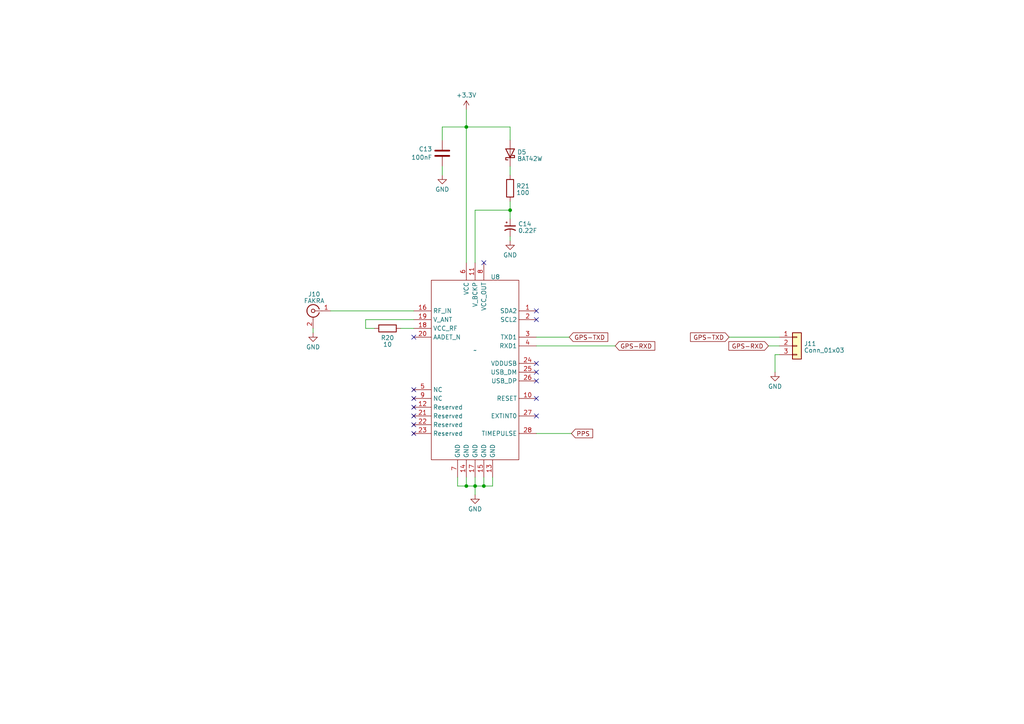
<source format=kicad_sch>
(kicad_sch (version 20230121) (generator eeschema)
  (paper "A4")
  (lib_symbols
    (symbol "Connector:Conn_Coaxial" (pin_names (offset 1.016) hide)
      (property "Reference" "J" (at 0.254 3.048 0))
      (property "Value" "Conn_Coaxial" (at 2.921 0 90))
      (symbol "Conn_Coaxial_0_1"
        (arc (start -1.778 -0.508) (mid 0.2311 -1.8066) (end 1.778 0) (stroke (width 0.254)))
        (polyline (pts (xy -2.54 0) (xy -0.508 0)))
        (polyline (pts (xy 0 -2.54) (xy 0 -1.778)))
        (circle (center 0 0) (radius 0.508) (stroke (width 0.2032)))
        (arc (start 1.778 0) (mid 0.2099 1.8101) (end -1.778 0.508) (stroke (width 0.254)))
      )
      (symbol "Conn_Coaxial_1_1"
        (pin passive line (at -5.08 0 0) (length 2.54) (name "In") (number "1"))
        (pin passive line (at 0 -5.08 90) (length 2.54) (name "Ext") (number "2"))
      )
    )
    (symbol "Connector_Generic:Conn_01x03" (pin_names (offset 1.016) hide)
      (property "Reference" "J" (at 0 5.08 0))
      (property "Value" "Conn_01x03" (at 0 -5.08 0))
      (symbol "Conn_01x03_1_1"
        (rectangle (start -1.27 -2.413) (end 0 -2.667) (stroke (width 0.1524)))
        (rectangle (start -1.27 0.127) (end 0 -0.127) (stroke (width 0.1524)))
        (rectangle (start -1.27 2.667) (end 0 2.413) (stroke (width 0.1524)))
        (rectangle (start -1.27 3.81) (end 1.27 -3.81) (stroke (width 0.254)) (fill (type background)))
        (pin passive line (at -5.08 2.54 0) (length 3.81) (name "Pin_1") (number "1"))
        (pin passive line (at -5.08 0 0) (length 3.81) (name "Pin_2") (number "2"))
        (pin passive line (at -5.08 -2.54 0) (length 3.81) (name "Pin_3") (number "3"))
      )
    )
    (symbol "Device:C" (pin_numbers hide) (pin_names (offset 0.254))
      (property "Reference" "C" (at 0.635 2.54 0))
      (property "Value" "C" (at 0.635 -2.54 0))
      (symbol "C_0_1"
        (polyline (pts (xy -2.032 -0.762) (xy 2.032 -0.762)) (stroke (width 0.508)))
        (polyline (pts (xy -2.032 0.762) (xy 2.032 0.762)) (stroke (width 0.508)))
      )
      (symbol "C_1_1"
        (pin passive line (at 0 3.81 270) (length 2.794) (name "~") (number "1"))
        (pin passive line (at 0 -3.81 90) (length 2.794) (name "~") (number "2"))
      )
    )
    (symbol "Device:C_Polarized_Small_US" (pin_numbers hide) (pin_names (offset 0.254) hide)
      (property "Reference" "C" (at 0.254 1.778 0))
      (property "Value" "C_Polarized_Small_US" (at 0.254 -2.032 0))
      (symbol "C_Polarized_Small_US_0_1"
        (polyline (pts (xy -1.524 0.508) (xy 1.524 0.508)) (stroke (width 0.3048)))
        (polyline (pts (xy -1.27 1.524) (xy -0.762 1.524)))
        (polyline (pts (xy -1.016 1.27) (xy -1.016 1.778)))
        (arc (start 1.524 -0.762) (mid 0 -0.3734) (end -1.524 -0.762) (stroke (width 0.3048)))
      )
      (symbol "C_Polarized_Small_US_1_1"
        (pin passive line (at 0 2.54 270) (length 2.032) (name "~") (number "1"))
        (pin passive line (at 0 -2.54 90) (length 2.032) (name "~") (number "2"))
      )
    )
    (symbol "Device:D_Schottky" (pin_numbers hide) (pin_names (offset 1.016) hide)
      (property "Reference" "D" (at 0 2.54 0))
      (property "Value" "D_Schottky" (at 0 -2.54 0))
      (symbol "D_Schottky_0_1"
        (polyline (pts (xy 1.27 0) (xy -1.27 0)))
        (polyline (pts (xy 1.27 1.27) (xy 1.27 -1.27) (xy -1.27 0) (xy 1.27 1.27)) (stroke (width 0.254)))
        (polyline (pts (xy -1.905 0.635) (xy -1.905 1.27) (xy -1.27 1.27) (xy -1.27 -1.27) (xy -0.635 -1.27) (xy -0.635 -0.635)) (stroke (width 0.254)))
      )
      (symbol "D_Schottky_1_1"
        (pin passive line (at -3.81 0 0) (length 2.54) (name "K") (number "1"))
        (pin passive line (at 3.81 0 180) (length 2.54) (name "A") (number "2"))
      )
    )
    (symbol "Device:R" (pin_numbers hide) (pin_names (offset 0))
      (property "Reference" "R" (at 2.032 0 90))
      (property "Value" "R" (at 0 0 90))
      (symbol "R_0_1"
        (rectangle (start -1.016 -2.54) (end 1.016 2.54) (stroke (width 0.254)))
      )
      (symbol "R_1_1"
        (pin passive line (at 0 3.81 270) (length 1.27) (name "~") (number "1"))
        (pin passive line (at 0 -3.81 90) (length 1.27) (name "~") (number "2"))
      )
    )
    (symbol "power:+3.3V" (power) (pin_names (offset 0))
      (property "Value" "+3.3V" (at 0 3.556 0))
      (symbol "+3.3V_0_1"
        (polyline (pts (xy -0.762 1.27) (xy 0 2.54)))
        (polyline (pts (xy 0 0) (xy 0 2.54)))
        (polyline (pts (xy 0 2.54) (xy 0.762 1.27)))
      )
      (symbol "+3.3V_1_1"
        (pin power_in line (at 0 0 90) (length 0) hide (name "+3.3V") (number "1"))
      )
    )
    (symbol "power:GND" (power) (pin_names (offset 0))
      (property "Value" "GND" (at 0 -3.81 0))
      (symbol "GND_0_1"
        (polyline (pts (xy 0 0) (xy 0 -1.27) (xy 1.27 -1.27) (xy 0 -2.54) (xy -1.27 -1.27) (xy 0 -1.27)))
      )
      (symbol "GND_1_1"
        (pin power_in line (at 0 0 270) (length 0) hide (name "GND") (number "1"))
      )
    )
    (symbol "ublox-lea-6h:ublox-lea-6h"
      (property "Reference" "U" (at 0 0 0))
      (symbol "ublox-lea-6h_1_1"
        (rectangle (start -12.7 26.67) (end 12.7 -25.4))
        (pin bidirectional line (at 17.78 17.78 180) (length 5.08) (name "SDA2") (number "1"))
        (pin input line (at 17.78 -7.62 180) (length 5.08) (name "RESET") (number "10"))
        (pin power_in line (at 0 31.75 270) (length 5.08) (name "V_BCKP") (number "11"))
        (pin no_connect line (at -17.78 -10.16 0) (length 5.08) (name "Reserved") (number "12"))
        (pin power_in line (at 5.08 -30.48 90) (length 5.08) (name "GND") (number "13"))
        (pin power_in line (at -2.54 -30.48 90) (length 5.08) (name "GND") (number "14"))
        (pin power_in line (at 2.54 -30.48 90) (length 5.08) (name "GND") (number "15"))
        (pin input line (at -17.78 17.78 0) (length 5.08) (name "RF_IN") (number "16"))
        (pin power_in line (at 0 -30.48 90) (length 5.08) (name "GND") (number "17"))
        (pin power_in line (at -17.78 12.7 0) (length 5.08) (name "VCC_RF") (number "18"))
        (pin power_in line (at -17.78 15.24 0) (length 5.08) (name "V_ANT") (number "19"))
        (pin input line (at 17.78 15.24 180) (length 5.08) (name "SCL2") (number "2"))
        (pin input line (at -17.78 10.16 0) (length 5.08) (name "AADET_N") (number "20"))
        (pin no_connect line (at -17.78 -12.7 0) (length 5.08) (name "Reserved") (number "21"))
        (pin no_connect line (at -17.78 -15.24 0) (length 5.08) (name "Reserved") (number "22"))
        (pin no_connect line (at -17.78 -17.78 0) (length 5.08) (name "Reserved") (number "23"))
        (pin power_in line (at 17.78 2.54 180) (length 5.08) (name "VDDUSB") (number "24"))
        (pin bidirectional line (at 17.78 0 180) (length 5.08) (name "USB_DM") (number "25"))
        (pin bidirectional line (at 17.78 -2.54 180) (length 5.08) (name "USB_DP") (number "26"))
        (pin input line (at 17.78 -12.7 180) (length 5.08) (name "EXTINT0") (number "27"))
        (pin output line (at 17.78 -17.78 180) (length 5.08) (name "TIMEPULSE") (number "28"))
        (pin output line (at 17.78 10.16 180) (length 5.08) (name "TXD1") (number "3"))
        (pin input line (at 17.78 7.62 180) (length 5.08) (name "RXD1") (number "4"))
        (pin no_connect line (at -17.78 -5.08 0) (length 5.08) (name "NC") (number "5"))
        (pin power_in line (at -2.54 31.75 270) (length 5.08) (name "VCC") (number "6"))
        (pin power_in line (at -5.08 -30.48 90) (length 5.08) (name "GND") (number "7"))
        (pin power_out line (at 2.54 31.75 270) (length 5.08) (name "VCC_OUT") (number "8"))
        (pin no_connect line (at -17.78 -7.62 0) (length 5.08) (name "NC") (number "9"))
      )
    )
  )
  (junction (at 135.255 140.97))
  (junction (at 137.795 140.97))
  (junction (at 140.335 140.97))
  (junction (at 147.955 60.96))
  (junction (at 135.255 36.83))
  (no_connect (at 155.575 105.41))
  (no_connect (at 120.015 118.11))
  (no_connect (at 155.575 115.57))
  (no_connect (at 120.015 97.79))
  (no_connect (at 120.015 125.73))
  (no_connect (at 120.015 115.57))
  (no_connect (at 120.015 123.19))
  (no_connect (at 120.015 113.03))
  (no_connect (at 155.575 120.65))
  (no_connect (at 155.575 107.95))
  (no_connect (at 155.575 90.17))
  (no_connect (at 140.335 76.2))
  (no_connect (at 155.575 92.71))
  (no_connect (at 155.575 110.49))
  (no_connect (at 120.015 120.65))
  (wire (pts (xy 132.715 140.97) (xy 135.255 140.97)))
  (wire (pts (xy 95.885 90.17) (xy 120.015 90.17)))
  (wire (pts (xy 147.955 68.58) (xy 147.955 69.85)))
  (wire (pts (xy 128.27 36.83) (xy 135.255 36.83)))
  (wire (pts (xy 137.795 140.97) (xy 140.335 140.97)))
  (wire (pts (xy 135.255 36.83) (xy 147.955 36.83)))
  (wire (pts (xy 226.06 102.87) (xy 224.79 102.87)))
  (wire (pts (xy 155.575 97.79) (xy 165.1 97.79)))
  (wire (pts (xy 135.255 138.43) (xy 135.255 140.97)))
  (wire (pts (xy 120.015 92.71) (xy 106.045 92.71)))
  (wire (pts (xy 155.575 100.33) (xy 178.435 100.33)))
  (wire (pts (xy 137.795 60.96) (xy 147.955 60.96)))
  (wire (pts (xy 147.955 48.26) (xy 147.955 50.8)))
  (wire (pts (xy 128.27 48.26) (xy 128.27 50.8)))
  (wire (pts (xy 147.955 58.42) (xy 147.955 60.96)))
  (wire (pts (xy 222.885 100.33) (xy 226.06 100.33)))
  (wire (pts (xy 155.575 125.73) (xy 165.735 125.73)))
  (wire (pts (xy 128.27 40.64) (xy 128.27 36.83)))
  (wire (pts (xy 135.255 31.75) (xy 135.255 36.83)))
  (wire (pts (xy 147.955 60.96) (xy 147.955 63.5)))
  (wire (pts (xy 90.805 95.25) (xy 90.805 96.52)))
  (wire (pts (xy 147.955 40.64) (xy 147.955 36.83)))
  (wire (pts (xy 211.455 97.79) (xy 226.06 97.79)))
  (wire (pts (xy 137.795 60.96) (xy 137.795 76.2)))
  (wire (pts (xy 137.795 140.97) (xy 137.795 143.51)))
  (wire (pts (xy 116.205 95.25) (xy 120.015 95.25)))
  (wire (pts (xy 140.335 138.43) (xy 140.335 140.97)))
  (wire (pts (xy 135.255 36.83) (xy 135.255 76.2)))
  (wire (pts (xy 106.045 95.25) (xy 108.585 95.25)))
  (wire (pts (xy 135.255 140.97) (xy 137.795 140.97)))
  (wire (pts (xy 142.875 140.97) (xy 142.875 138.43)))
  (wire (pts (xy 140.335 140.97) (xy 142.875 140.97)))
  (wire (pts (xy 137.795 138.43) (xy 137.795 140.97)))
  (wire (pts (xy 224.79 102.87) (xy 224.79 107.95)))
  (wire (pts (xy 132.715 138.43) (xy 132.715 140.97)))
  (wire (pts (xy 106.045 92.71) (xy 106.045 95.25)))
  (global_label "GPS-RXD" (shape input) (at 178.435 100.33 0) (property "Intersheetrefs" "${INTERSHEET_REFS}" (effects hide)))
  (global_label "GPS-TXD" (shape input) (at 165.1 97.79 0) (property "Intersheetrefs" "${INTERSHEET_REFS}" (effects hide)))
  (global_label "GPS-TXD" (shape input) (at 211.455 97.79 180) (property "Intersheetrefs" "${INTERSHEET_REFS}" (effects hide)))
  (global_label "GPS-RXD" (shape input) (at 222.885 100.33 180) (property "Intersheetrefs" "${INTERSHEET_REFS}" (effects hide)))
  (global_label "PPS" (shape input) (at 165.735 125.73 0) (property "Intersheetrefs" "${INTERSHEET_REFS}" (effects hide)))
  (symbol (lib_id "Connector:Conn_Coaxial") (at 90.805 90.17 0) (mirror y) (unit 1)
    (property "Reference" "J10" (at 91.1224 85.3335 0))
    (property "Value" "FAKRA" (at 91.1224 87.2545 0))
    (property "Footprint" "Connector_Coaxial:SMA_Amphenol_901-144_Vertical" (effects hide))
    (property "Datasheet" " ~" (effects hide))
    (property "reichelt" "DELOCK 89774" (effects hide))
    (instances (project "cheapsdo" (path "" (reference "J10") (unit 1))) (project "ublox-lea-6h-breakout" (path "" (reference "J2") (unit 1))))
  )
  (symbol (lib_id "Device:C_Polarized_Small_US") (at 147.955 66.04 0) (unit 1)
    (property "Reference" "C14" (at 150.2664 64.9645 0) (effects (justify left)))
    (property "Value" "0.22F" (at 150.2664 66.8855 0) (effects (justify left)))
    (property "Footprint" "DMS3R3224RF:DMS3R3224RF" (effects hide))
    (property "Reichelt" "KO DMS3R3224RF" (effects hide))
    (instances (project "cheapsdo" (path "" (reference "C14") (unit 1))) (project "ublox-lea-6h-breakout" (path "" (reference "C1") (unit 1))))
  )
  (symbol (lib_id "power:GND") (at 147.955 69.85 0) (unit 1)
    (property "Reference" "#PWR054" (effects hide))
    (property "Value" "GND" (at 147.955 73.9855 0))
    (instances (project "cheapsdo" (path "" (reference "#PWR054") (unit 1))) (project "ublox-lea-6h-breakout" (path "" (reference "#PWR05") (unit 1))))
  )
  (symbol (lib_id "power:GND") (at 90.805 96.52 0) (unit 1)
    (property "Reference" "#PWR050" (effects hide))
    (property "Value" "GND" (at 90.805 100.6555 0))
    (instances (project "cheapsdo" (path "" (reference "#PWR050") (unit 1))) (project "ublox-lea-6h-breakout" (path "" (reference "#PWR02") (unit 1))))
  )
  (symbol (lib_id "power:+3.3V") (at 135.255 31.75 0) (unit 1)
    (property "Reference" "#PWR052" (effects hide))
    (property "Value" "+3.3V" (at 135.255 27.6169 0))
  )
  (symbol (lib_id "Device:R") (at 147.955 54.61 0) (unit 1)
    (property "Reference" "R21" (at 149.733 53.9663 0) (effects (justify left)))
    (property "Value" "100" (at 149.733 55.8873 0) (effects (justify left)))
    (property "Footprint" "Resistor_SMD:R_0603_1608Metric_Pad0.98x0.95mm_HandSolder" (effects hide))
    (instances (project "cheapsdo" (path "" (reference "R21") (unit 1))) (project "ublox-lea-6h-breakout" (path "" (reference "R2") (unit 1))))
  )
  (symbol (lib_id "ublox-lea-6h:ublox-lea-6h") (at 137.795 107.95 0) (unit 1)
    (property "Reference" "U8" (at 142.2909 80.3181 0) (effects (justify left)))
    (property "Value" "~" (at 137.795 101.6 0))
    (property "Footprint" "RF_GPS:ublox_LEA" (effects hide))
    (instances (project "cheapsdo" (path "" (reference "U8") (unit 1))) (project "ublox-lea-6h-breakout" (path "" (reference "U1") (unit 1))))
  )
  (symbol (lib_id "power:GND") (at 128.27 50.8 0) (unit 1)
    (property "Reference" "#PWR051" (effects hide))
    (property "Value" "GND" (at 128.27 54.9331 0))
  )
  (symbol (lib_id "Device:R") (at 112.395 95.25 90) (unit 1)
    (property "Reference" "R20" (at 112.395 97.9885 90))
    (property "Value" "10" (at 112.395 99.9095 90))
    (property "Footprint" "Resistor_SMD:R_0603_1608Metric_Pad0.98x0.95mm_HandSolder" (effects hide))
    (instances (project "cheapsdo" (path "" (reference "R20") (unit 1))) (project "ublox-lea-6h-breakout" (path "" (reference "R1") (unit 1))))
  )
  (symbol (lib_id "power:GND") (at 224.79 107.95 0) (unit 1)
    (property "Reference" "#PWR055" (effects hide))
    (property "Value" "GND" (at 224.79 112.0855 0))
    (instances (project "cheapsdo" (path "" (reference "#PWR055") (unit 1))) (project "ublox-lea-6h-breakout" (path "" (reference "#PWR011") (unit 1))))
  )
  (symbol (lib_id "Connector_Generic:Conn_01x03") (at 231.14 100.33 0) (unit 1)
    (property "Reference" "J11" (at 233.172 99.6863 0) (effects (justify left)))
    (property "Value" "Conn_01x03" (at 233.172 101.6073 0) (effects (justify left)))
    (property "Footprint" "Connector_PinHeader_2.54mm:PinHeader_1x03_P2.54mm_Vertical" (effects hide))
    (instances (project "cheapsdo" (path "" (reference "J11") (unit 1))) (project "ublox-lea-6h-breakout" (path "" (reference "J7") (unit 1))))
  )
  (symbol (lib_id "power:GND") (at 137.795 143.51 0) (unit 1)
    (property "Reference" "#PWR053" (effects hide))
    (property "Value" "GND" (at 137.795 147.6455 0))
    (instances (project "cheapsdo" (path "" (reference "#PWR053") (unit 1))) (project "ublox-lea-6h-breakout" (path "" (reference "#PWR04") (unit 1))))
  )
  (symbol (lib_id "Device:D_Schottky") (at 147.955 44.45 90) (unit 1)
    (property "Reference" "D5" (at 149.987 44.1238 90) (effects (justify right)))
    (property "Value" "BAT42W" (at 149.987 46.0448 90) (effects (justify right)))
    (property "Footprint" "Diode_SMD:D_SOD-323_HandSoldering" (effects hide))
    (instances (project "cheapsdo" (path "" (reference "D5") (unit 1))) (project "ublox-lea-6h-breakout" (path "" (reference "D1") (unit 1))))
  )
  (symbol (lib_id "Device:C") (at 128.27 44.45 0) (unit 1)
    (property "Reference" "C13" (at 125.3491 43.2379 0) (effects (justify right)))
    (property "Value" "100nF" (at 125.3491 45.6621 0) (effects (justify right)))
    (property "Footprint" "Capacitor_SMD:C_0603_1608Metric_Pad1.08x0.95mm_HandSolder" (effects hide))
  )
)
</source>
